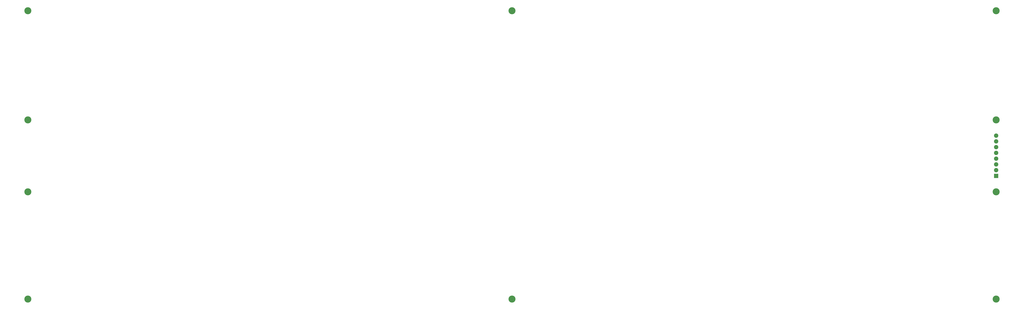
<source format=gbs>
G04 Layer: BottomSolderMaskLayer*
G04 EasyEDA v6.5.34, 2023-10-09 21:03:28*
G04 d8b6119a72404543a3c1b132a341d26f,5a6b42c53f6a479593ecc07194224c93,10*
G04 Gerber Generator version 0.2*
G04 Scale: 100 percent, Rotated: No, Reflected: No *
G04 Dimensions in millimeters *
G04 leading zeros omitted , absolute positions ,4 integer and 5 decimal *
%FSLAX45Y45*%
%MOMM*%

%AMMACRO1*1,1,$1,$2,$3*1,1,$1,$4,$5*1,1,$1,0-$2,0-$3*1,1,$1,0-$4,0-$5*20,1,$1,$2,$3,$4,$5,0*20,1,$1,$4,$5,0-$2,0-$3,0*20,1,$1,0-$2,0-$3,0-$4,0-$5,0*20,1,$1,0-$4,0-$5,$2,$3,0*4,1,4,$2,$3,$4,$5,0-$2,0-$3,0-$4,0-$5,$2,$3,0*%
%ADD10MACRO1,0.1016X0.9X-0.9X0.9X0.9*%
%ADD11C,1.9016*%
%ADD12C,3.1016*%

%LPD*%
D10*
G01*
X45465908Y5714987D03*
D11*
G01*
X45465898Y5969000D03*
G01*
X45465898Y6223000D03*
G01*
X45465898Y6477000D03*
G01*
X45465898Y6731000D03*
G01*
X45465898Y6985000D03*
G01*
X45465898Y7239000D03*
G01*
X45465898Y7493000D03*
D12*
G01*
X2794000Y279400D03*
G01*
X2793898Y8191500D03*
G01*
X2793898Y5016500D03*
G01*
X2794000Y13004774D03*
G01*
X24129949Y279400D03*
G01*
X24129949Y13004774D03*
G01*
X45465898Y5016500D03*
G01*
X45465898Y8191500D03*
G01*
X45466000Y13004774D03*
G01*
X45466000Y279400D03*
M02*

</source>
